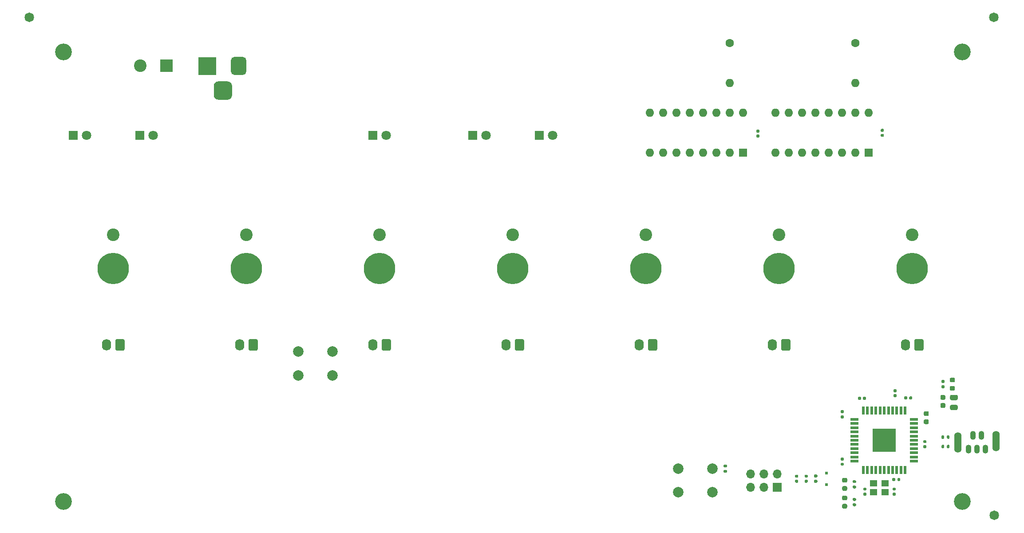
<source format=gbs>
G04 #@! TF.GenerationSoftware,KiCad,Pcbnew,(5.1.10)-1*
G04 #@! TF.CreationDate,2021-08-25T20:11:33-07:00*
G04 #@! TF.ProjectId,TBM930 - De-ice panel,54424d39-3330-4202-9d20-44652d696365,rev?*
G04 #@! TF.SameCoordinates,Original*
G04 #@! TF.FileFunction,Soldermask,Bot*
G04 #@! TF.FilePolarity,Negative*
%FSLAX46Y46*%
G04 Gerber Fmt 4.6, Leading zero omitted, Abs format (unit mm)*
G04 Created by KiCad (PCBNEW (5.1.10)-1) date 2021-08-25 20:11:33*
%MOMM*%
%LPD*%
G01*
G04 APERTURE LIST*
%ADD10R,3.500000X3.500000*%
%ADD11C,1.820000*%
%ADD12R,0.500000X0.500000*%
%ADD13C,2.000000*%
%ADD14R,1.400000X1.200000*%
%ADD15R,1.700000X1.700000*%
%ADD16O,1.700000X1.700000*%
%ADD17C,3.200000*%
%ADD18C,6.000000*%
%ADD19C,2.400000*%
%ADD20R,1.800000X1.800000*%
%ADD21C,1.800000*%
%ADD22O,1.740000X2.190000*%
%ADD23R,1.600000X1.600000*%
%ADD24O,1.600000X1.600000*%
%ADD25R,2.400000X2.400000*%
%ADD26R,1.500000X0.550000*%
%ADD27R,0.550000X1.500000*%
%ADD28R,4.500000X4.500000*%
%ADD29C,1.600000*%
%ADD30O,1.100000X1.700000*%
%ADD31O,1.400000X3.900000*%
G04 APERTURE END LIST*
G36*
G01*
X81077000Y-58562000D02*
X81077000Y-60312000D01*
G75*
G02*
X80202000Y-61187000I-875000J0D01*
G01*
X78452000Y-61187000D01*
G75*
G02*
X77577000Y-60312000I0J875000D01*
G01*
X77577000Y-58562000D01*
G75*
G02*
X78452000Y-57687000I875000J0D01*
G01*
X80202000Y-57687000D01*
G75*
G02*
X81077000Y-58562000I0J-875000D01*
G01*
G37*
G36*
G01*
X83827000Y-53737000D02*
X83827000Y-55737000D01*
G75*
G02*
X83077000Y-56487000I-750000J0D01*
G01*
X81577000Y-56487000D01*
G75*
G02*
X80827000Y-55737000I0J750000D01*
G01*
X80827000Y-53737000D01*
G75*
G02*
X81577000Y-52987000I750000J0D01*
G01*
X83077000Y-52987000D01*
G75*
G02*
X83827000Y-53737000I0J-750000D01*
G01*
G37*
D10*
X76327000Y-54737000D03*
D11*
X226470000Y-140445000D03*
X226370000Y-45445000D03*
X42370000Y-45445000D03*
D12*
X194470000Y-132377000D03*
X194470000Y-134577000D03*
D13*
X172720000Y-136072000D03*
X172720000Y-131572000D03*
X166220000Y-136072000D03*
X166220000Y-131572000D03*
D14*
X203456000Y-134349500D03*
X205656000Y-134349500D03*
X205656000Y-136049500D03*
X203456000Y-136049500D03*
D15*
X185070000Y-135095000D03*
D16*
X185070000Y-132555000D03*
X182530000Y-135095000D03*
X182530000Y-132555000D03*
X179990000Y-135095000D03*
X179990000Y-132555000D03*
D13*
X93720000Y-113745000D03*
X93720000Y-109245000D03*
X100220000Y-113745000D03*
X100220000Y-109245000D03*
D17*
X220345000Y-137795000D03*
X220345000Y-52070000D03*
X48895000Y-137795000D03*
X48895000Y-52070000D03*
D18*
X210820000Y-93345000D03*
D19*
X210820000Y-86945000D03*
D18*
X185420000Y-93345000D03*
D19*
X185420000Y-86945000D03*
D18*
X160020000Y-93345000D03*
D19*
X160020000Y-86945000D03*
D18*
X134620000Y-93345000D03*
D19*
X134620000Y-86945000D03*
D18*
X109220000Y-93345000D03*
D19*
X109220000Y-86945000D03*
D18*
X83820000Y-93345000D03*
D19*
X83820000Y-86945000D03*
D18*
X58420000Y-93345000D03*
D19*
X58420000Y-86945000D03*
D20*
X50800000Y-67945000D03*
D21*
X53340000Y-67945000D03*
X66040000Y-67945000D03*
D20*
X63500000Y-67945000D03*
X107950000Y-67945000D03*
D21*
X110490000Y-67945000D03*
X129540000Y-67945000D03*
D20*
X127000000Y-67945000D03*
X139700000Y-67945000D03*
D21*
X142240000Y-67945000D03*
G36*
G01*
X60560000Y-107104999D02*
X60560000Y-108795001D01*
G75*
G02*
X60310001Y-109045000I-249999J0D01*
G01*
X59069999Y-109045000D01*
G75*
G02*
X58820000Y-108795001I0J249999D01*
G01*
X58820000Y-107104999D01*
G75*
G02*
X59069999Y-106855000I249999J0D01*
G01*
X60310001Y-106855000D01*
G75*
G02*
X60560000Y-107104999I0J-249999D01*
G01*
G37*
D22*
X57150000Y-107950000D03*
X82550000Y-107950000D03*
G36*
G01*
X85960000Y-107104999D02*
X85960000Y-108795001D01*
G75*
G02*
X85710001Y-109045000I-249999J0D01*
G01*
X84469999Y-109045000D01*
G75*
G02*
X84220000Y-108795001I0J249999D01*
G01*
X84220000Y-107104999D01*
G75*
G02*
X84469999Y-106855000I249999J0D01*
G01*
X85710001Y-106855000D01*
G75*
G02*
X85960000Y-107104999I0J-249999D01*
G01*
G37*
G36*
G01*
X111360000Y-107104999D02*
X111360000Y-108795001D01*
G75*
G02*
X111110001Y-109045000I-249999J0D01*
G01*
X109869999Y-109045000D01*
G75*
G02*
X109620000Y-108795001I0J249999D01*
G01*
X109620000Y-107104999D01*
G75*
G02*
X109869999Y-106855000I249999J0D01*
G01*
X111110001Y-106855000D01*
G75*
G02*
X111360000Y-107104999I0J-249999D01*
G01*
G37*
X107950000Y-107950000D03*
X133350000Y-107950000D03*
G36*
G01*
X136760000Y-107104999D02*
X136760000Y-108795001D01*
G75*
G02*
X136510001Y-109045000I-249999J0D01*
G01*
X135269999Y-109045000D01*
G75*
G02*
X135020000Y-108795001I0J249999D01*
G01*
X135020000Y-107104999D01*
G75*
G02*
X135269999Y-106855000I249999J0D01*
G01*
X136510001Y-106855000D01*
G75*
G02*
X136760000Y-107104999I0J-249999D01*
G01*
G37*
G36*
G01*
X162160000Y-107104999D02*
X162160000Y-108795001D01*
G75*
G02*
X161910001Y-109045000I-249999J0D01*
G01*
X160669999Y-109045000D01*
G75*
G02*
X160420000Y-108795001I0J249999D01*
G01*
X160420000Y-107104999D01*
G75*
G02*
X160669999Y-106855000I249999J0D01*
G01*
X161910001Y-106855000D01*
G75*
G02*
X162160000Y-107104999I0J-249999D01*
G01*
G37*
X158750000Y-107950000D03*
X184150000Y-107950000D03*
G36*
G01*
X187560000Y-107104999D02*
X187560000Y-108795001D01*
G75*
G02*
X187310001Y-109045000I-249999J0D01*
G01*
X186069999Y-109045000D01*
G75*
G02*
X185820000Y-108795001I0J249999D01*
G01*
X185820000Y-107104999D01*
G75*
G02*
X186069999Y-106855000I249999J0D01*
G01*
X187310001Y-106855000D01*
G75*
G02*
X187560000Y-107104999I0J-249999D01*
G01*
G37*
G36*
G01*
X212960000Y-107104999D02*
X212960000Y-108795001D01*
G75*
G02*
X212710001Y-109045000I-249999J0D01*
G01*
X211469999Y-109045000D01*
G75*
G02*
X211220000Y-108795001I0J249999D01*
G01*
X211220000Y-107104999D01*
G75*
G02*
X211469999Y-106855000I249999J0D01*
G01*
X212710001Y-106855000D01*
G75*
G02*
X212960000Y-107104999I0J-249999D01*
G01*
G37*
X209550000Y-107950000D03*
G36*
G01*
X216420000Y-119070000D02*
X216920000Y-119070000D01*
G75*
G02*
X217145000Y-119295000I0J-225000D01*
G01*
X217145000Y-119745000D01*
G75*
G02*
X216920000Y-119970000I-225000J0D01*
G01*
X216420000Y-119970000D01*
G75*
G02*
X216195000Y-119745000I0J225000D01*
G01*
X216195000Y-119295000D01*
G75*
G02*
X216420000Y-119070000I225000J0D01*
G01*
G37*
G36*
G01*
X216420000Y-117520000D02*
X216920000Y-117520000D01*
G75*
G02*
X217145000Y-117745000I0J-225000D01*
G01*
X217145000Y-118195000D01*
G75*
G02*
X216920000Y-118420000I-225000J0D01*
G01*
X216420000Y-118420000D01*
G75*
G02*
X216195000Y-118195000I0J225000D01*
G01*
X216195000Y-117745000D01*
G75*
G02*
X216420000Y-117520000I225000J0D01*
G01*
G37*
G36*
G01*
X201600000Y-136145000D02*
X201940000Y-136145000D01*
G75*
G02*
X202080000Y-136285000I0J-140000D01*
G01*
X202080000Y-136565000D01*
G75*
G02*
X201940000Y-136705000I-140000J0D01*
G01*
X201600000Y-136705000D01*
G75*
G02*
X201460000Y-136565000I0J140000D01*
G01*
X201460000Y-136285000D01*
G75*
G02*
X201600000Y-136145000I140000J0D01*
G01*
G37*
G36*
G01*
X201600000Y-135185000D02*
X201940000Y-135185000D01*
G75*
G02*
X202080000Y-135325000I0J-140000D01*
G01*
X202080000Y-135605000D01*
G75*
G02*
X201940000Y-135745000I-140000J0D01*
G01*
X201600000Y-135745000D01*
G75*
G02*
X201460000Y-135605000I0J140000D01*
G01*
X201460000Y-135325000D01*
G75*
G02*
X201600000Y-135185000I140000J0D01*
G01*
G37*
G36*
G01*
X207540000Y-136705000D02*
X207200000Y-136705000D01*
G75*
G02*
X207060000Y-136565000I0J140000D01*
G01*
X207060000Y-136285000D01*
G75*
G02*
X207200000Y-136145000I140000J0D01*
G01*
X207540000Y-136145000D01*
G75*
G02*
X207680000Y-136285000I0J-140000D01*
G01*
X207680000Y-136565000D01*
G75*
G02*
X207540000Y-136705000I-140000J0D01*
G01*
G37*
G36*
G01*
X207540000Y-135745000D02*
X207200000Y-135745000D01*
G75*
G02*
X207060000Y-135605000I0J140000D01*
G01*
X207060000Y-135325000D01*
G75*
G02*
X207200000Y-135185000I140000J0D01*
G01*
X207540000Y-135185000D01*
G75*
G02*
X207680000Y-135325000I0J-140000D01*
G01*
X207680000Y-135605000D01*
G75*
G02*
X207540000Y-135745000I-140000J0D01*
G01*
G37*
G36*
G01*
X218282500Y-117485500D02*
X219232500Y-117485500D01*
G75*
G02*
X219482500Y-117735500I0J-250000D01*
G01*
X219482500Y-118235500D01*
G75*
G02*
X219232500Y-118485500I-250000J0D01*
G01*
X218282500Y-118485500D01*
G75*
G02*
X218032500Y-118235500I0J250000D01*
G01*
X218032500Y-117735500D01*
G75*
G02*
X218282500Y-117485500I250000J0D01*
G01*
G37*
G36*
G01*
X218282500Y-119385500D02*
X219232500Y-119385500D01*
G75*
G02*
X219482500Y-119635500I0J-250000D01*
G01*
X219482500Y-120135500D01*
G75*
G02*
X219232500Y-120385500I-250000J0D01*
G01*
X218282500Y-120385500D01*
G75*
G02*
X218032500Y-120135500I0J250000D01*
G01*
X218032500Y-119635500D01*
G75*
G02*
X218282500Y-119385500I250000J0D01*
G01*
G37*
G36*
G01*
X213745000Y-123070000D02*
X213245000Y-123070000D01*
G75*
G02*
X213020000Y-122845000I0J225000D01*
G01*
X213020000Y-122395000D01*
G75*
G02*
X213245000Y-122170000I225000J0D01*
G01*
X213745000Y-122170000D01*
G75*
G02*
X213970000Y-122395000I0J-225000D01*
G01*
X213970000Y-122845000D01*
G75*
G02*
X213745000Y-123070000I-225000J0D01*
G01*
G37*
G36*
G01*
X213745000Y-121520000D02*
X213245000Y-121520000D01*
G75*
G02*
X213020000Y-121295000I0J225000D01*
G01*
X213020000Y-120845000D01*
G75*
G02*
X213245000Y-120620000I225000J0D01*
G01*
X213745000Y-120620000D01*
G75*
G02*
X213970000Y-120845000I0J-225000D01*
G01*
X213970000Y-121295000D01*
G75*
G02*
X213745000Y-121520000I-225000J0D01*
G01*
G37*
D23*
X178500000Y-71267000D03*
D24*
X160720000Y-63647000D03*
X175960000Y-71267000D03*
X163260000Y-63647000D03*
X173420000Y-71267000D03*
X165800000Y-63647000D03*
X170880000Y-71267000D03*
X168340000Y-63647000D03*
X168340000Y-71267000D03*
X170880000Y-63647000D03*
X165800000Y-71267000D03*
X173420000Y-63647000D03*
X163260000Y-71267000D03*
X175960000Y-63647000D03*
X160720000Y-71267000D03*
X178500000Y-63647000D03*
X202500000Y-63624000D03*
X184720000Y-71244000D03*
X199960000Y-63624000D03*
X187260000Y-71244000D03*
X197420000Y-63624000D03*
X189800000Y-71244000D03*
X194880000Y-63624000D03*
X192340000Y-71244000D03*
X192340000Y-63624000D03*
X194880000Y-71244000D03*
X189800000Y-63624000D03*
X197420000Y-71244000D03*
X187260000Y-63624000D03*
X199960000Y-71244000D03*
X184720000Y-63624000D03*
D23*
X202500000Y-71244000D03*
D25*
X68570000Y-54695000D03*
D19*
X63570000Y-54695000D03*
D26*
X211170000Y-122145000D03*
X211170000Y-122945000D03*
X211170000Y-123745000D03*
X211170000Y-124545000D03*
X211170000Y-125345000D03*
X211170000Y-126145000D03*
X211170000Y-126945000D03*
X211170000Y-127745000D03*
X211170000Y-128545000D03*
X211170000Y-129345000D03*
X211170000Y-130145000D03*
D27*
X209470000Y-131845000D03*
X208670000Y-131845000D03*
X207870000Y-131845000D03*
X207070000Y-131845000D03*
X206270000Y-131845000D03*
X205470000Y-131845000D03*
X204670000Y-131845000D03*
X203870000Y-131845000D03*
X203070000Y-131845000D03*
X202270000Y-131845000D03*
X201470000Y-131845000D03*
D26*
X199770000Y-130145000D03*
X199770000Y-129345000D03*
X199770000Y-128545000D03*
X199770000Y-127745000D03*
X199770000Y-126945000D03*
X199770000Y-126145000D03*
X199770000Y-125345000D03*
X199770000Y-124545000D03*
X199770000Y-123745000D03*
X199770000Y-122945000D03*
X199770000Y-122145000D03*
D27*
X201470000Y-120445000D03*
X202270000Y-120445000D03*
X203070000Y-120445000D03*
X203870000Y-120445000D03*
X204670000Y-120445000D03*
X205470000Y-120445000D03*
X206270000Y-120445000D03*
X207070000Y-120445000D03*
X207870000Y-120445000D03*
X208670000Y-120445000D03*
X209470000Y-120445000D03*
D28*
X205470000Y-126145000D03*
G36*
G01*
X197663750Y-138295000D02*
X198176250Y-138295000D01*
G75*
G02*
X198395000Y-138513750I0J-218750D01*
G01*
X198395000Y-138951250D01*
G75*
G02*
X198176250Y-139170000I-218750J0D01*
G01*
X197663750Y-139170000D01*
G75*
G02*
X197445000Y-138951250I0J218750D01*
G01*
X197445000Y-138513750D01*
G75*
G02*
X197663750Y-138295000I218750J0D01*
G01*
G37*
G36*
G01*
X197663750Y-136720000D02*
X198176250Y-136720000D01*
G75*
G02*
X198395000Y-136938750I0J-218750D01*
G01*
X198395000Y-137376250D01*
G75*
G02*
X198176250Y-137595000I-218750J0D01*
G01*
X197663750Y-137595000D01*
G75*
G02*
X197445000Y-137376250I0J218750D01*
G01*
X197445000Y-136938750D01*
G75*
G02*
X197663750Y-136720000I218750J0D01*
G01*
G37*
G36*
G01*
X197673250Y-133331500D02*
X198185750Y-133331500D01*
G75*
G02*
X198404500Y-133550250I0J-218750D01*
G01*
X198404500Y-133987750D01*
G75*
G02*
X198185750Y-134206500I-218750J0D01*
G01*
X197673250Y-134206500D01*
G75*
G02*
X197454500Y-133987750I0J218750D01*
G01*
X197454500Y-133550250D01*
G75*
G02*
X197673250Y-133331500I218750J0D01*
G01*
G37*
G36*
G01*
X197673250Y-134906500D02*
X198185750Y-134906500D01*
G75*
G02*
X198404500Y-135125250I0J-218750D01*
G01*
X198404500Y-135562750D01*
G75*
G02*
X198185750Y-135781500I-218750J0D01*
G01*
X197673250Y-135781500D01*
G75*
G02*
X197454500Y-135562750I0J218750D01*
G01*
X197454500Y-135125250D01*
G75*
G02*
X197673250Y-134906500I218750J0D01*
G01*
G37*
G36*
G01*
X218213750Y-114220000D02*
X218726250Y-114220000D01*
G75*
G02*
X218945000Y-114438750I0J-218750D01*
G01*
X218945000Y-114876250D01*
G75*
G02*
X218726250Y-115095000I-218750J0D01*
G01*
X218213750Y-115095000D01*
G75*
G02*
X217995000Y-114876250I0J218750D01*
G01*
X217995000Y-114438750D01*
G75*
G02*
X218213750Y-114220000I218750J0D01*
G01*
G37*
G36*
G01*
X218213750Y-115795000D02*
X218726250Y-115795000D01*
G75*
G02*
X218945000Y-116013750I0J-218750D01*
G01*
X218945000Y-116451250D01*
G75*
G02*
X218726250Y-116670000I-218750J0D01*
G01*
X218213750Y-116670000D01*
G75*
G02*
X217995000Y-116451250I0J218750D01*
G01*
X217995000Y-116013750D01*
G75*
G02*
X218213750Y-115795000I218750J0D01*
G01*
G37*
G36*
G01*
X201420000Y-118315000D02*
X201420000Y-117975000D01*
G75*
G02*
X201560000Y-117835000I140000J0D01*
G01*
X201840000Y-117835000D01*
G75*
G02*
X201980000Y-117975000I0J-140000D01*
G01*
X201980000Y-118315000D01*
G75*
G02*
X201840000Y-118455000I-140000J0D01*
G01*
X201560000Y-118455000D01*
G75*
G02*
X201420000Y-118315000I0J140000D01*
G01*
G37*
G36*
G01*
X200460000Y-118315000D02*
X200460000Y-117975000D01*
G75*
G02*
X200600000Y-117835000I140000J0D01*
G01*
X200880000Y-117835000D01*
G75*
G02*
X201020000Y-117975000I0J-140000D01*
G01*
X201020000Y-118315000D01*
G75*
G02*
X200880000Y-118455000I-140000J0D01*
G01*
X200600000Y-118455000D01*
G75*
G02*
X200460000Y-118315000I0J140000D01*
G01*
G37*
G36*
G01*
X208530000Y-133475000D02*
X208530000Y-133815000D01*
G75*
G02*
X208390000Y-133955000I-140000J0D01*
G01*
X208110000Y-133955000D01*
G75*
G02*
X207970000Y-133815000I0J140000D01*
G01*
X207970000Y-133475000D01*
G75*
G02*
X208110000Y-133335000I140000J0D01*
G01*
X208390000Y-133335000D01*
G75*
G02*
X208530000Y-133475000I0J-140000D01*
G01*
G37*
G36*
G01*
X207570000Y-133475000D02*
X207570000Y-133815000D01*
G75*
G02*
X207430000Y-133955000I-140000J0D01*
G01*
X207150000Y-133955000D01*
G75*
G02*
X207010000Y-133815000I0J140000D01*
G01*
X207010000Y-133475000D01*
G75*
G02*
X207150000Y-133335000I140000J0D01*
G01*
X207430000Y-133335000D01*
G75*
G02*
X207570000Y-133475000I0J-140000D01*
G01*
G37*
G36*
G01*
X209846000Y-117901000D02*
X209846000Y-118241000D01*
G75*
G02*
X209706000Y-118381000I-140000J0D01*
G01*
X209426000Y-118381000D01*
G75*
G02*
X209286000Y-118241000I0J140000D01*
G01*
X209286000Y-117901000D01*
G75*
G02*
X209426000Y-117761000I140000J0D01*
G01*
X209706000Y-117761000D01*
G75*
G02*
X209846000Y-117901000I0J-140000D01*
G01*
G37*
G36*
G01*
X210806000Y-117901000D02*
X210806000Y-118241000D01*
G75*
G02*
X210666000Y-118381000I-140000J0D01*
G01*
X210386000Y-118381000D01*
G75*
G02*
X210246000Y-118241000I0J140000D01*
G01*
X210246000Y-117901000D01*
G75*
G02*
X210386000Y-117761000I140000J0D01*
G01*
X210666000Y-117761000D01*
G75*
G02*
X210806000Y-117901000I0J-140000D01*
G01*
G37*
G36*
G01*
X197300000Y-129479500D02*
X197640000Y-129479500D01*
G75*
G02*
X197780000Y-129619500I0J-140000D01*
G01*
X197780000Y-129899500D01*
G75*
G02*
X197640000Y-130039500I-140000J0D01*
G01*
X197300000Y-130039500D01*
G75*
G02*
X197160000Y-129899500I0J140000D01*
G01*
X197160000Y-129619500D01*
G75*
G02*
X197300000Y-129479500I140000J0D01*
G01*
G37*
G36*
G01*
X197300000Y-130439500D02*
X197640000Y-130439500D01*
G75*
G02*
X197780000Y-130579500I0J-140000D01*
G01*
X197780000Y-130859500D01*
G75*
G02*
X197640000Y-130999500I-140000J0D01*
G01*
X197300000Y-130999500D01*
G75*
G02*
X197160000Y-130859500I0J140000D01*
G01*
X197160000Y-130579500D01*
G75*
G02*
X197300000Y-130439500I140000J0D01*
G01*
G37*
G36*
G01*
X207701000Y-117934500D02*
X207361000Y-117934500D01*
G75*
G02*
X207221000Y-117794500I0J140000D01*
G01*
X207221000Y-117514500D01*
G75*
G02*
X207361000Y-117374500I140000J0D01*
G01*
X207701000Y-117374500D01*
G75*
G02*
X207841000Y-117514500I0J-140000D01*
G01*
X207841000Y-117794500D01*
G75*
G02*
X207701000Y-117934500I-140000J0D01*
G01*
G37*
G36*
G01*
X207701000Y-116974500D02*
X207361000Y-116974500D01*
G75*
G02*
X207221000Y-116834500I0J140000D01*
G01*
X207221000Y-116554500D01*
G75*
G02*
X207361000Y-116414500I140000J0D01*
G01*
X207701000Y-116414500D01*
G75*
G02*
X207841000Y-116554500I0J-140000D01*
G01*
X207841000Y-116834500D01*
G75*
G02*
X207701000Y-116974500I-140000J0D01*
G01*
G37*
G36*
G01*
X213050000Y-127095000D02*
X213390000Y-127095000D01*
G75*
G02*
X213530000Y-127235000I0J-140000D01*
G01*
X213530000Y-127515000D01*
G75*
G02*
X213390000Y-127655000I-140000J0D01*
G01*
X213050000Y-127655000D01*
G75*
G02*
X212910000Y-127515000I0J140000D01*
G01*
X212910000Y-127235000D01*
G75*
G02*
X213050000Y-127095000I140000J0D01*
G01*
G37*
G36*
G01*
X213050000Y-126135000D02*
X213390000Y-126135000D01*
G75*
G02*
X213530000Y-126275000I0J-140000D01*
G01*
X213530000Y-126555000D01*
G75*
G02*
X213390000Y-126695000I-140000J0D01*
G01*
X213050000Y-126695000D01*
G75*
G02*
X212910000Y-126555000I0J140000D01*
G01*
X212910000Y-126275000D01*
G75*
G02*
X213050000Y-126135000I140000J0D01*
G01*
G37*
G36*
G01*
X205276000Y-68257500D02*
X204936000Y-68257500D01*
G75*
G02*
X204796000Y-68117500I0J140000D01*
G01*
X204796000Y-67837500D01*
G75*
G02*
X204936000Y-67697500I140000J0D01*
G01*
X205276000Y-67697500D01*
G75*
G02*
X205416000Y-67837500I0J-140000D01*
G01*
X205416000Y-68117500D01*
G75*
G02*
X205276000Y-68257500I-140000J0D01*
G01*
G37*
G36*
G01*
X205276000Y-67297500D02*
X204936000Y-67297500D01*
G75*
G02*
X204796000Y-67157500I0J140000D01*
G01*
X204796000Y-66877500D01*
G75*
G02*
X204936000Y-66737500I140000J0D01*
G01*
X205276000Y-66737500D01*
G75*
G02*
X205416000Y-66877500I0J-140000D01*
G01*
X205416000Y-67157500D01*
G75*
G02*
X205276000Y-67297500I-140000J0D01*
G01*
G37*
G36*
G01*
X181540000Y-67445000D02*
X181200000Y-67445000D01*
G75*
G02*
X181060000Y-67305000I0J140000D01*
G01*
X181060000Y-67025000D01*
G75*
G02*
X181200000Y-66885000I140000J0D01*
G01*
X181540000Y-66885000D01*
G75*
G02*
X181680000Y-67025000I0J-140000D01*
G01*
X181680000Y-67305000D01*
G75*
G02*
X181540000Y-67445000I-140000J0D01*
G01*
G37*
G36*
G01*
X181540000Y-68405000D02*
X181200000Y-68405000D01*
G75*
G02*
X181060000Y-68265000I0J140000D01*
G01*
X181060000Y-67985000D01*
G75*
G02*
X181200000Y-67845000I140000J0D01*
G01*
X181540000Y-67845000D01*
G75*
G02*
X181680000Y-67985000I0J-140000D01*
G01*
X181680000Y-68265000D01*
G75*
G02*
X181540000Y-68405000I-140000J0D01*
G01*
G37*
G36*
G01*
X190420500Y-132717000D02*
X190760500Y-132717000D01*
G75*
G02*
X190900500Y-132857000I0J-140000D01*
G01*
X190900500Y-133137000D01*
G75*
G02*
X190760500Y-133277000I-140000J0D01*
G01*
X190420500Y-133277000D01*
G75*
G02*
X190280500Y-133137000I0J140000D01*
G01*
X190280500Y-132857000D01*
G75*
G02*
X190420500Y-132717000I140000J0D01*
G01*
G37*
G36*
G01*
X190420500Y-133677000D02*
X190760500Y-133677000D01*
G75*
G02*
X190900500Y-133817000I0J-140000D01*
G01*
X190900500Y-134097000D01*
G75*
G02*
X190760500Y-134237000I-140000J0D01*
G01*
X190420500Y-134237000D01*
G75*
G02*
X190280500Y-134097000I0J140000D01*
G01*
X190280500Y-133817000D01*
G75*
G02*
X190420500Y-133677000I140000J0D01*
G01*
G37*
G36*
G01*
X188600000Y-133677000D02*
X188940000Y-133677000D01*
G75*
G02*
X189080000Y-133817000I0J-140000D01*
G01*
X189080000Y-134097000D01*
G75*
G02*
X188940000Y-134237000I-140000J0D01*
G01*
X188600000Y-134237000D01*
G75*
G02*
X188460000Y-134097000I0J140000D01*
G01*
X188460000Y-133817000D01*
G75*
G02*
X188600000Y-133677000I140000J0D01*
G01*
G37*
G36*
G01*
X188600000Y-132717000D02*
X188940000Y-132717000D01*
G75*
G02*
X189080000Y-132857000I0J-140000D01*
G01*
X189080000Y-133137000D01*
G75*
G02*
X188940000Y-133277000I-140000J0D01*
G01*
X188600000Y-133277000D01*
G75*
G02*
X188460000Y-133137000I0J140000D01*
G01*
X188460000Y-132857000D01*
G75*
G02*
X188600000Y-132717000I140000J0D01*
G01*
G37*
G36*
G01*
X199585000Y-138185000D02*
X199955000Y-138185000D01*
G75*
G02*
X200090000Y-138320000I0J-135000D01*
G01*
X200090000Y-138590000D01*
G75*
G02*
X199955000Y-138725000I-135000J0D01*
G01*
X199585000Y-138725000D01*
G75*
G02*
X199450000Y-138590000I0J135000D01*
G01*
X199450000Y-138320000D01*
G75*
G02*
X199585000Y-138185000I135000J0D01*
G01*
G37*
G36*
G01*
X199585000Y-137165000D02*
X199955000Y-137165000D01*
G75*
G02*
X200090000Y-137300000I0J-135000D01*
G01*
X200090000Y-137570000D01*
G75*
G02*
X199955000Y-137705000I-135000J0D01*
G01*
X199585000Y-137705000D01*
G75*
G02*
X199450000Y-137570000I0J135000D01*
G01*
X199450000Y-137300000D01*
G75*
G02*
X199585000Y-137165000I135000J0D01*
G01*
G37*
G36*
G01*
X199955000Y-135336500D02*
X199585000Y-135336500D01*
G75*
G02*
X199450000Y-135201500I0J135000D01*
G01*
X199450000Y-134931500D01*
G75*
G02*
X199585000Y-134796500I135000J0D01*
G01*
X199955000Y-134796500D01*
G75*
G02*
X200090000Y-134931500I0J-135000D01*
G01*
X200090000Y-135201500D01*
G75*
G02*
X199955000Y-135336500I-135000J0D01*
G01*
G37*
G36*
G01*
X199955000Y-134316500D02*
X199585000Y-134316500D01*
G75*
G02*
X199450000Y-134181500I0J135000D01*
G01*
X199450000Y-133911500D01*
G75*
G02*
X199585000Y-133776500I135000J0D01*
G01*
X199955000Y-133776500D01*
G75*
G02*
X200090000Y-133911500I0J-135000D01*
G01*
X200090000Y-134181500D01*
G75*
G02*
X199955000Y-134316500I-135000J0D01*
G01*
G37*
G36*
G01*
X216855000Y-115201500D02*
X216485000Y-115201500D01*
G75*
G02*
X216350000Y-115066500I0J135000D01*
G01*
X216350000Y-114796500D01*
G75*
G02*
X216485000Y-114661500I135000J0D01*
G01*
X216855000Y-114661500D01*
G75*
G02*
X216990000Y-114796500I0J-135000D01*
G01*
X216990000Y-115066500D01*
G75*
G02*
X216855000Y-115201500I-135000J0D01*
G01*
G37*
G36*
G01*
X216855000Y-116221500D02*
X216485000Y-116221500D01*
G75*
G02*
X216350000Y-116086500I0J135000D01*
G01*
X216350000Y-115816500D01*
G75*
G02*
X216485000Y-115681500I135000J0D01*
G01*
X216855000Y-115681500D01*
G75*
G02*
X216990000Y-115816500I0J-135000D01*
G01*
X216990000Y-116086500D01*
G75*
G02*
X216855000Y-116221500I-135000J0D01*
G01*
G37*
G36*
G01*
X216930000Y-127160000D02*
X216930000Y-127530000D01*
G75*
G02*
X216795000Y-127665000I-135000J0D01*
G01*
X216525000Y-127665000D01*
G75*
G02*
X216390000Y-127530000I0J135000D01*
G01*
X216390000Y-127160000D01*
G75*
G02*
X216525000Y-127025000I135000J0D01*
G01*
X216795000Y-127025000D01*
G75*
G02*
X216930000Y-127160000I0J-135000D01*
G01*
G37*
G36*
G01*
X217950000Y-127160000D02*
X217950000Y-127530000D01*
G75*
G02*
X217815000Y-127665000I-135000J0D01*
G01*
X217545000Y-127665000D01*
G75*
G02*
X217410000Y-127530000I0J135000D01*
G01*
X217410000Y-127160000D01*
G75*
G02*
X217545000Y-127025000I135000J0D01*
G01*
X217815000Y-127025000D01*
G75*
G02*
X217950000Y-127160000I0J-135000D01*
G01*
G37*
G36*
G01*
X217950000Y-125360000D02*
X217950000Y-125730000D01*
G75*
G02*
X217815000Y-125865000I-135000J0D01*
G01*
X217545000Y-125865000D01*
G75*
G02*
X217410000Y-125730000I0J135000D01*
G01*
X217410000Y-125360000D01*
G75*
G02*
X217545000Y-125225000I135000J0D01*
G01*
X217815000Y-125225000D01*
G75*
G02*
X217950000Y-125360000I0J-135000D01*
G01*
G37*
G36*
G01*
X216930000Y-125360000D02*
X216930000Y-125730000D01*
G75*
G02*
X216795000Y-125865000I-135000J0D01*
G01*
X216525000Y-125865000D01*
G75*
G02*
X216390000Y-125730000I0J135000D01*
G01*
X216390000Y-125360000D01*
G75*
G02*
X216525000Y-125225000I135000J0D01*
G01*
X216795000Y-125225000D01*
G75*
G02*
X216930000Y-125360000I0J-135000D01*
G01*
G37*
G36*
G01*
X175318000Y-132352000D02*
X174948000Y-132352000D01*
G75*
G02*
X174813000Y-132217000I0J135000D01*
G01*
X174813000Y-131947000D01*
G75*
G02*
X174948000Y-131812000I135000J0D01*
G01*
X175318000Y-131812000D01*
G75*
G02*
X175453000Y-131947000I0J-135000D01*
G01*
X175453000Y-132217000D01*
G75*
G02*
X175318000Y-132352000I-135000J0D01*
G01*
G37*
G36*
G01*
X175318000Y-131332000D02*
X174948000Y-131332000D01*
G75*
G02*
X174813000Y-131197000I0J135000D01*
G01*
X174813000Y-130927000D01*
G75*
G02*
X174948000Y-130792000I135000J0D01*
G01*
X175318000Y-130792000D01*
G75*
G02*
X175453000Y-130927000I0J-135000D01*
G01*
X175453000Y-131197000D01*
G75*
G02*
X175318000Y-131332000I-135000J0D01*
G01*
G37*
G36*
G01*
X192220000Y-133717000D02*
X192590000Y-133717000D01*
G75*
G02*
X192725000Y-133852000I0J-135000D01*
G01*
X192725000Y-134122000D01*
G75*
G02*
X192590000Y-134257000I-135000J0D01*
G01*
X192220000Y-134257000D01*
G75*
G02*
X192085000Y-134122000I0J135000D01*
G01*
X192085000Y-133852000D01*
G75*
G02*
X192220000Y-133717000I135000J0D01*
G01*
G37*
G36*
G01*
X192220000Y-132697000D02*
X192590000Y-132697000D01*
G75*
G02*
X192725000Y-132832000I0J-135000D01*
G01*
X192725000Y-133102000D01*
G75*
G02*
X192590000Y-133237000I-135000J0D01*
G01*
X192220000Y-133237000D01*
G75*
G02*
X192085000Y-133102000I0J135000D01*
G01*
X192085000Y-132832000D01*
G75*
G02*
X192220000Y-132697000I135000J0D01*
G01*
G37*
G36*
G01*
X197655000Y-121975000D02*
X197285000Y-121975000D01*
G75*
G02*
X197150000Y-121840000I0J135000D01*
G01*
X197150000Y-121570000D01*
G75*
G02*
X197285000Y-121435000I135000J0D01*
G01*
X197655000Y-121435000D01*
G75*
G02*
X197790000Y-121570000I0J-135000D01*
G01*
X197790000Y-121840000D01*
G75*
G02*
X197655000Y-121975000I-135000J0D01*
G01*
G37*
G36*
G01*
X197655000Y-120955000D02*
X197285000Y-120955000D01*
G75*
G02*
X197150000Y-120820000I0J135000D01*
G01*
X197150000Y-120550000D01*
G75*
G02*
X197285000Y-120415000I135000J0D01*
G01*
X197655000Y-120415000D01*
G75*
G02*
X197790000Y-120550000I0J-135000D01*
G01*
X197790000Y-120820000D01*
G75*
G02*
X197655000Y-120955000I-135000J0D01*
G01*
G37*
D24*
X175970000Y-57965000D03*
D29*
X175970000Y-50345000D03*
X199970000Y-50345000D03*
D24*
X199970000Y-57965000D03*
D30*
X224770000Y-127845000D03*
X223170000Y-127845000D03*
X221570000Y-127845000D03*
X223970000Y-125245000D03*
X222370000Y-125245000D03*
D31*
X219520000Y-126545000D03*
X226820000Y-126345000D03*
M02*

</source>
